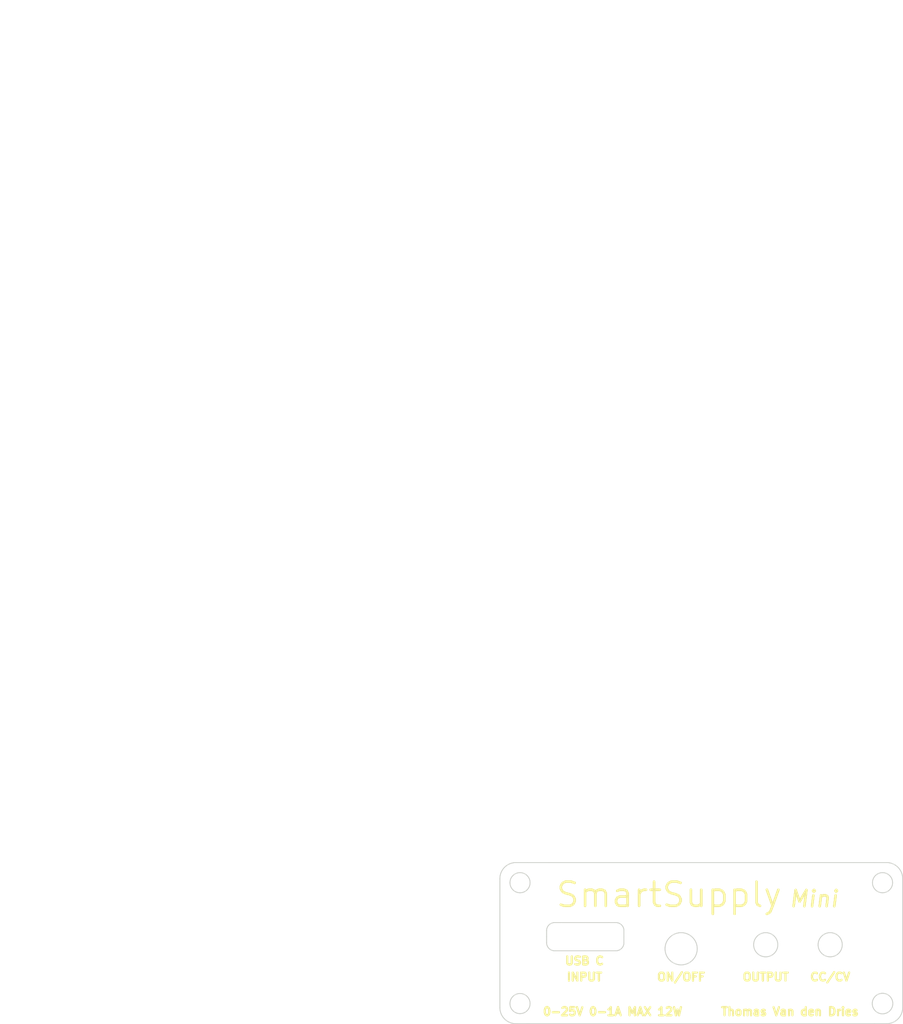
<source format=kicad_pcb>
(kicad_pcb (version 4) (host pcbnew 4.0.3-stable)

  (general
    (links 0)
    (no_connects 0)
    (area 128.899999 18.899999 241.000001 146.000001)
    (thickness 1.6)
    (drawings 119)
    (tracks 0)
    (zones 0)
    (modules 0)
    (nets 1)
  )

  (page A4)
  (layers
    (0 F.Cu signal)
    (31 B.Cu signal)
    (32 B.Adhes user hide)
    (33 F.Adhes user hide)
    (34 B.Paste user hide)
    (35 F.Paste user hide)
    (36 B.SilkS user)
    (37 F.SilkS user)
    (38 B.Mask user)
    (39 F.Mask user)
    (40 Dwgs.User user)
    (41 Cmts.User user hide)
    (42 Eco1.User user hide)
    (43 Eco2.User user hide)
    (44 Edge.Cuts user)
    (45 Margin user hide)
    (46 B.CrtYd user hide)
    (47 F.CrtYd user hide)
    (48 B.Fab user hide)
    (49 F.Fab user hide)
  )

  (setup
    (last_trace_width 0.25)
    (user_trace_width 0.381)
    (user_trace_width 0.508)
    (user_trace_width 1.016)
    (user_trace_width 1.524)
    (user_trace_width 2.54)
    (trace_clearance 0.15)
    (zone_clearance 0.508)
    (zone_45_only yes)
    (trace_min 0)
    (segment_width 0.2)
    (edge_width 0.1)
    (via_size 0.6)
    (via_drill 0.4)
    (via_min_size 0.4)
    (via_min_drill 0.3)
    (uvia_size 0.3)
    (uvia_drill 0.1)
    (uvias_allowed no)
    (uvia_min_size 0.2)
    (uvia_min_drill 0.1)
    (pcb_text_width 0.3)
    (pcb_text_size 1.5 1.5)
    (mod_edge_width 0.15)
    (mod_text_size 1 1)
    (mod_text_width 0.15)
    (pad_size 5 18)
    (pad_drill 0)
    (pad_to_mask_clearance 0)
    (aux_axis_origin 0 0)
    (visible_elements 7FFEFF7F)
    (pcbplotparams
      (layerselection 0x0d0f0_80000001)
      (usegerberextensions true)
      (excludeedgelayer true)
      (linewidth 0.100000)
      (plotframeref false)
      (viasonmask false)
      (mode 1)
      (useauxorigin false)
      (hpglpennumber 1)
      (hpglpenspeed 20)
      (hpglpendiameter 15)
      (hpglpenoverlay 2)
      (psnegative false)
      (psa4output false)
      (plotreference true)
      (plotvalue true)
      (plotinvisibletext false)
      (padsonsilk false)
      (subtractmaskfromsilk false)
      (outputformat 1)
      (mirror false)
      (drillshape 0)
      (scaleselection 1)
      (outputdirectory Gerbers/))
  )

  (net 0 "")

  (net_class Default "This is the default net class."
    (clearance 0.15)
    (trace_width 0.25)
    (via_dia 0.6)
    (via_drill 0.4)
    (uvia_dia 0.3)
    (uvia_drill 0.1)
  )

  (gr_circle (center 193.45 128.45) (end 192.2 128.45) (layer Edge.Cuts) (width 0.1) (tstamp 5A00C97E))
  (gr_circle (center 238.45 128.45) (end 239.7 128.45) (layer Edge.Cuts) (width 0.1) (tstamp 5A00C97D))
  (gr_circle (center 238.45 143.45) (end 239.7 143.2) (layer Edge.Cuts) (width 0.1) (tstamp 5A00C97C))
  (gr_circle (center 193.45 143.45) (end 192.2 143.45) (layer Edge.Cuts) (width 0.1) (tstamp 5A00C97B))
  (gr_text SmartSupply (at 211.95 129.95) (layer F.SilkS) (tstamp 5A00C97A)
    (effects (font (size 3 3) (thickness 0.3)))
  )
  (gr_text Mini (at 229.95 130.45) (layer F.SilkS) (tstamp 5A00C979)
    (effects (font (size 2 2) (thickness 0.3) italic))
  )
  (gr_text "Thomas Van den Dries" (at 226.95 144.45) (layer F.SilkS) (tstamp 5A00C978)
    (effects (font (size 1 1) (thickness 0.25)))
  )
  (gr_text "USB C" (at 201.45 138.15) (layer F.SilkS) (tstamp 5A00C977)
    (effects (font (size 1 1) (thickness 0.25)))
  )
  (gr_text ON/OFF (at 213.45 140.15) (layer F.SilkS) (tstamp 5A00C976)
    (effects (font (size 1 1) (thickness 0.25)))
  )
  (gr_text OUTPUT (at 223.95 140.15) (layer F.SilkS) (tstamp 5A00C975)
    (effects (font (size 1 1) (thickness 0.25)))
  )
  (gr_text CC/CV (at 231.95 140.15) (layer F.SilkS) (tstamp 5A00C974)
    (effects (font (size 1 1) (thickness 0.25)))
  )
  (gr_text "0-25V 0-1A MAX 12W" (at 204.95 144.45) (layer F.SilkS) (tstamp 5A00C973)
    (effects (font (size 1 1) (thickness 0.25)))
  )
  (gr_text INPUT (at 201.45 140.15) (layer F.SilkS) (tstamp 5A00C972)
    (effects (font (size 1 1) (thickness 0.25)))
  )
  (gr_line (start 205.35 136.9) (end 205.25 136.9) (angle 90) (layer Edge.Cuts) (width 0.1) (tstamp 5A00C971))
  (gr_line (start 205.35 133.4) (end 205.25 133.4) (angle 90) (layer Edge.Cuts) (width 0.1) (tstamp 5A00C970))
  (gr_line (start 197.85 136.9) (end 197.75 136.9) (angle 90) (layer Edge.Cuts) (width 0.1) (tstamp 5A00C96F))
  (gr_line (start 197.85 133.4) (end 197.75 133.4) (angle 90) (layer Edge.Cuts) (width 0.1) (tstamp 5A00C96E))
  (gr_text INPUT (at 201.45 140.15) (layer F.SilkS) (tstamp 5A00C96D)
    (effects (font (size 1 1) (thickness 0.25)))
  )
  (gr_text "0-25V 0-1A MAX 12W" (at 204.95 144.45) (layer F.SilkS) (tstamp 5A00C96C)
    (effects (font (size 1 1) (thickness 0.25)))
  )
  (gr_text CC/CV (at 231.95 140.15) (layer F.SilkS) (tstamp 5A00C96B)
    (effects (font (size 1 1) (thickness 0.25)))
  )
  (gr_text OUTPUT (at 223.95 140.15) (layer F.SilkS) (tstamp 5A00C96A)
    (effects (font (size 1 1) (thickness 0.25)))
  )
  (gr_text ON/OFF (at 213.45 140.15) (layer F.SilkS) (tstamp 5A00C969)
    (effects (font (size 1 1) (thickness 0.25)))
  )
  (gr_text "USB C" (at 201.45 138.15) (layer F.SilkS) (tstamp 5A00C968)
    (effects (font (size 1 1) (thickness 0.25)))
  )
  (gr_text "Thomas Van den Dries" (at 226.95 144.45) (layer F.SilkS) (tstamp 5A00C967)
    (effects (font (size 1 1) (thickness 0.25)))
  )
  (gr_text Mini (at 229.95 130.45) (layer F.SilkS) (tstamp 5A00C966)
    (effects (font (size 2 2) (thickness 0.3) italic))
  )
  (gr_text SmartSupply (at 211.95 129.95) (layer F.SilkS) (tstamp 5A00C965)
    (effects (font (size 3 3) (thickness 0.3)))
  )
  (gr_line (start 192.95 145.95) (end 194.45 145.95) (angle 90) (layer Edge.Cuts) (width 0.1) (tstamp 5A00C964))
  (gr_line (start 194.45 145.95) (end 237.45 145.95) (angle 90) (layer Edge.Cuts) (width 0.1) (tstamp 5A00C963))
  (gr_line (start 237.45 145.95) (end 238.95 145.95) (angle 90) (layer Edge.Cuts) (width 0.1) (tstamp 5A00C962))
  (gr_arc (start 238.95 143.95) (end 240.95 143.95) (angle 90) (layer Edge.Cuts) (width 0.1) (tstamp 5A00C961))
  (gr_line (start 240.95 143.95) (end 240.95 127.95) (angle 90) (layer Edge.Cuts) (width 0.1) (tstamp 5A00C960))
  (gr_arc (start 238.95 127.95) (end 238.95 125.95) (angle 90) (layer Edge.Cuts) (width 0.1) (tstamp 5A00C95F))
  (gr_line (start 237.45 125.95) (end 238.95 125.95) (angle 90) (layer Edge.Cuts) (width 0.1) (tstamp 5A00C95E))
  (gr_line (start 234.85 125.95) (end 237.45 125.95) (angle 90) (layer Edge.Cuts) (width 0.1) (tstamp 5A00C95D))
  (gr_line (start 234.85 125.95) (end 197.05 125.95) (angle 90) (layer Edge.Cuts) (width 0.1) (tstamp 5A00C95C))
  (gr_line (start 194.45 125.95) (end 197.05 125.95) (angle 90) (layer Edge.Cuts) (width 0.1) (tstamp 5A00C95B))
  (gr_line (start 192.95 125.95) (end 194.45 125.95) (angle 90) (layer Edge.Cuts) (width 0.1) (tstamp 5A00C95A))
  (gr_arc (start 192.95 127.95) (end 190.95 127.95) (angle 90) (layer Edge.Cuts) (width 0.1) (tstamp 5A00C959))
  (gr_line (start 190.95 127.95) (end 190.95 143.95) (angle 90) (layer Edge.Cuts) (width 0.1) (tstamp 5A00C958))
  (gr_arc (start 192.95 143.95) (end 192.95 145.95) (angle 90) (layer Edge.Cuts) (width 0.1) (tstamp 5A00C957))
  (gr_line (start 198.6 136.9) (end 197.85 136.9) (angle 90) (layer Edge.Cuts) (width 0.1) (tstamp 5A00C956))
  (gr_line (start 201.55 136.9) (end 198.6 136.9) (angle 90) (layer Edge.Cuts) (width 0.1) (tstamp 5A00C955))
  (gr_line (start 201.55 136.9) (end 204.5 136.9) (angle 90) (layer Edge.Cuts) (width 0.1) (tstamp 5A00C954))
  (gr_line (start 204.5 136.9) (end 205.25 136.9) (angle 90) (layer Edge.Cuts) (width 0.1) (tstamp 5A00C953))
  (gr_line (start 206.35 135.15) (end 206.35 135.9) (angle 90) (layer Edge.Cuts) (width 0.1) (tstamp 5A00C952))
  (gr_line (start 206.35 135.15) (end 206.35 134.4) (angle 90) (layer Edge.Cuts) (width 0.1) (tstamp 5A00C951))
  (gr_arc (start 205.35 134.4) (end 205.35 133.4) (angle 90) (layer Edge.Cuts) (width 0.1) (tstamp 5A00C950))
  (gr_line (start 198.6 133.4) (end 197.85 133.4) (angle 90) (layer Edge.Cuts) (width 0.1) (tstamp 5A00C94F))
  (gr_line (start 204.5 133.4) (end 205.25 133.4) (angle 90) (layer Edge.Cuts) (width 0.1) (tstamp 5A00C94E))
  (gr_line (start 201.55 133.4) (end 204.5 133.4) (angle 90) (layer Edge.Cuts) (width 0.1) (tstamp 5A00C94D))
  (gr_line (start 201.55 133.4) (end 198.6 133.4) (angle 90) (layer Edge.Cuts) (width 0.1) (tstamp 5A00C94C))
  (gr_arc (start 197.75 134.4) (end 196.75 134.4) (angle 90) (layer Edge.Cuts) (width 0.1) (tstamp 5A00C94B))
  (gr_line (start 196.75 135.15) (end 196.75 134.4) (angle 90) (layer Edge.Cuts) (width 0.1) (tstamp 5A00C94A))
  (gr_line (start 196.75 135.15) (end 196.75 135.9) (angle 90) (layer Edge.Cuts) (width 0.1) (tstamp 5A00C949))
  (gr_arc (start 197.75 135.9) (end 197.75 136.9) (angle 90) (layer Edge.Cuts) (width 0.1) (tstamp 5A00C948))
  (gr_arc (start 205.35 135.9) (end 206.35 135.9) (angle 90) (layer Edge.Cuts) (width 0.1) (tstamp 5A00C947))
  (gr_circle (center 213.45 136.65) (end 215.45 136.65) (layer Edge.Cuts) (width 0.1) (tstamp 5A00C946))
  (gr_circle (center 223.95 136.15) (end 225.45 136.2) (layer Edge.Cuts) (width 0.1) (tstamp 5A00C945))
  (gr_circle (center 231.95 136.15) (end 233.45 136.15) (layer Edge.Cuts) (width 0.1) (tstamp 5A00C944))
  (gr_circle (center 231.95 136.15) (end 233.45 136.15) (layer Edge.Cuts) (width 0.1))
  (gr_circle (center 223.95 136.15) (end 225.45 136.2) (layer Edge.Cuts) (width 0.1))
  (gr_circle (center 213.45 136.65) (end 215.45 136.65) (layer Edge.Cuts) (width 0.1))
  (gr_arc (start 205.35 135.9) (end 206.35 135.9) (angle 90) (layer Edge.Cuts) (width 0.1))
  (gr_arc (start 197.75 135.9) (end 197.75 136.9) (angle 90) (layer Edge.Cuts) (width 0.1))
  (gr_line (start 196.75 135.15) (end 196.75 135.9) (angle 90) (layer Edge.Cuts) (width 0.1))
  (gr_line (start 196.75 135.15) (end 196.75 134.4) (angle 90) (layer Edge.Cuts) (width 0.1))
  (gr_arc (start 197.75 134.4) (end 196.75 134.4) (angle 90) (layer Edge.Cuts) (width 0.1))
  (gr_line (start 201.55 133.4) (end 198.6 133.4) (angle 90) (layer Edge.Cuts) (width 0.1))
  (gr_line (start 201.55 133.4) (end 204.5 133.4) (angle 90) (layer Edge.Cuts) (width 0.1))
  (gr_line (start 204.5 133.4) (end 205.25 133.4) (angle 90) (layer Edge.Cuts) (width 0.1))
  (gr_line (start 198.6 133.4) (end 197.85 133.4) (angle 90) (layer Edge.Cuts) (width 0.1))
  (gr_arc (start 205.35 134.4) (end 205.35 133.4) (angle 90) (layer Edge.Cuts) (width 0.1))
  (gr_line (start 206.35 135.15) (end 206.35 134.4) (angle 90) (layer Edge.Cuts) (width 0.1))
  (gr_line (start 206.35 135.15) (end 206.35 135.9) (angle 90) (layer Edge.Cuts) (width 0.1))
  (gr_line (start 204.5 136.9) (end 205.25 136.9) (angle 90) (layer Edge.Cuts) (width 0.1))
  (gr_line (start 201.55 136.9) (end 204.5 136.9) (angle 90) (layer Edge.Cuts) (width 0.1))
  (gr_line (start 201.55 136.9) (end 198.6 136.9) (angle 90) (layer Edge.Cuts) (width 0.1))
  (gr_line (start 198.6 136.9) (end 197.85 136.9) (angle 90) (layer Edge.Cuts) (width 0.1))
  (gr_arc (start 192.95 143.95) (end 192.95 145.95) (angle 90) (layer Edge.Cuts) (width 0.1))
  (gr_line (start 190.95 127.95) (end 190.95 143.95) (angle 90) (layer Edge.Cuts) (width 0.1))
  (gr_arc (start 192.95 127.95) (end 190.95 127.95) (angle 90) (layer Edge.Cuts) (width 0.1))
  (gr_line (start 192.95 125.95) (end 194.45 125.95) (angle 90) (layer Edge.Cuts) (width 0.1))
  (gr_line (start 194.45 125.95) (end 197.05 125.95) (angle 90) (layer Edge.Cuts) (width 0.1))
  (gr_line (start 234.85 125.95) (end 197.05 125.95) (angle 90) (layer Edge.Cuts) (width 0.1))
  (gr_line (start 234.85 125.95) (end 237.45 125.95) (angle 90) (layer Edge.Cuts) (width 0.1))
  (gr_line (start 237.45 125.95) (end 238.95 125.95) (angle 90) (layer Edge.Cuts) (width 0.1))
  (gr_arc (start 238.95 127.95) (end 238.95 125.95) (angle 90) (layer Edge.Cuts) (width 0.1))
  (gr_line (start 240.95 143.95) (end 240.95 127.95) (angle 90) (layer Edge.Cuts) (width 0.1))
  (gr_arc (start 238.95 143.95) (end 240.95 143.95) (angle 90) (layer Edge.Cuts) (width 0.1))
  (gr_line (start 237.45 145.95) (end 238.95 145.95) (angle 90) (layer Edge.Cuts) (width 0.1))
  (gr_line (start 194.45 145.95) (end 237.45 145.95) (angle 90) (layer Edge.Cuts) (width 0.1))
  (gr_line (start 192.95 145.95) (end 194.45 145.95) (angle 90) (layer Edge.Cuts) (width 0.1))
  (gr_text SmartSupply (at 211.95 129.95) (layer F.SilkS) (tstamp 59E66C7F)
    (effects (font (size 3 3) (thickness 0.3)))
  )
  (gr_text Mini (at 229.95 130.45) (layer F.SilkS) (tstamp 59E66C7E)
    (effects (font (size 2 2) (thickness 0.3) italic))
  )
  (gr_text "Thomas Van den Dries" (at 226.95 144.45) (layer F.SilkS) (tstamp 59E66C7D)
    (effects (font (size 1 1) (thickness 0.25)))
  )
  (gr_text "USB C" (at 201.45 138.15) (layer F.SilkS) (tstamp 59E66C7C)
    (effects (font (size 1 1) (thickness 0.25)))
  )
  (gr_text ON/OFF (at 213.45 140.15) (layer F.SilkS) (tstamp 59E66C7B)
    (effects (font (size 1 1) (thickness 0.25)))
  )
  (gr_text OUTPUT (at 223.95 140.15) (layer F.SilkS) (tstamp 59E66C7A)
    (effects (font (size 1 1) (thickness 0.25)))
  )
  (gr_text CC/CV (at 231.95 140.15) (layer F.SilkS) (tstamp 59E66C79)
    (effects (font (size 1 1) (thickness 0.25)))
  )
  (gr_text "0-25V 0-1A MAX 12W" (at 204.95 144.45) (layer F.SilkS) (tstamp 59E66C78)
    (effects (font (size 1 1) (thickness 0.25)))
  )
  (gr_text INPUT (at 201.45 140.15) (layer F.SilkS) (tstamp 59E66C77)
    (effects (font (size 1 1) (thickness 0.25)))
  )
  (gr_line (start 197.85 133.4) (end 197.75 133.4) (angle 90) (layer Edge.Cuts) (width 0.1))
  (gr_line (start 197.85 136.9) (end 197.75 136.9) (angle 90) (layer Edge.Cuts) (width 0.1))
  (gr_line (start 205.35 133.4) (end 205.25 133.4) (angle 90) (layer Edge.Cuts) (width 0.1))
  (gr_line (start 205.35 136.9) (end 205.25 136.9) (angle 90) (layer Edge.Cuts) (width 0.1))
  (gr_text INPUT (at 201.45 140.15) (layer F.SilkS)
    (effects (font (size 1 1) (thickness 0.25)))
  )
  (gr_text "0-25V 0-1A MAX 12W" (at 204.95 144.45) (layer F.SilkS)
    (effects (font (size 1 1) (thickness 0.25)))
  )
  (gr_text CC/CV (at 231.95 140.15) (layer F.SilkS)
    (effects (font (size 1 1) (thickness 0.25)))
  )
  (gr_text OUTPUT (at 223.95 140.15) (layer F.SilkS)
    (effects (font (size 1 1) (thickness 0.25)))
  )
  (gr_text ON/OFF (at 213.45 140.15) (layer F.SilkS)
    (effects (font (size 1 1) (thickness 0.25)))
  )
  (gr_text "USB C" (at 201.45 138.15) (layer F.SilkS)
    (effects (font (size 1 1) (thickness 0.25)))
  )
  (gr_text "Thomas Van den Dries" (at 226.95 144.45) (layer F.SilkS)
    (effects (font (size 1 1) (thickness 0.25)))
  )
  (gr_text Mini (at 229.95 130.45) (layer F.SilkS)
    (effects (font (size 2 2) (thickness 0.3) italic))
  )
  (gr_text SmartSupply (at 211.95 129.95) (layer F.SilkS)
    (effects (font (size 3 3) (thickness 0.3)))
  )
  (gr_circle (center 193.45 143.45) (end 192.2 143.45) (layer Edge.Cuts) (width 0.1))
  (gr_circle (center 238.45 143.45) (end 239.7 143.2) (layer Edge.Cuts) (width 0.1))
  (gr_circle (center 238.45 128.45) (end 239.7 128.45) (layer Edge.Cuts) (width 0.1))
  (gr_circle (center 193.45 128.45) (end 192.2 128.45) (layer Edge.Cuts) (width 0.1))
  (gr_line (start 129 19) (end 129.5 19) (angle 90) (layer Dwgs.User) (width 0.2))

)

</source>
